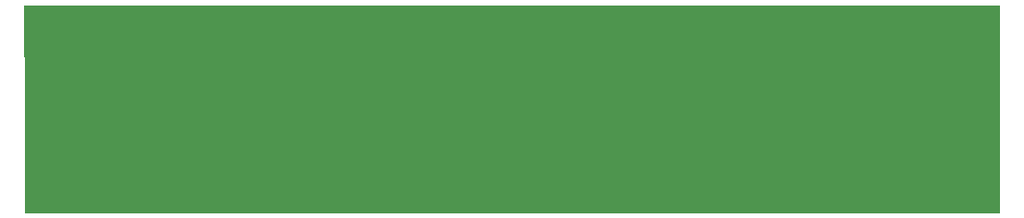
<source format=gbr>
G04 #@! TF.GenerationSoftware,KiCad,Pcbnew,(5.1.2)-1*
G04 #@! TF.CreationDate,2019-05-30T21:03:25-05:00*
G04 #@! TF.ProjectId,color-swatches,636f6c6f-722d-4737-9761-74636865732e,rev?*
G04 #@! TF.SameCoordinates,Original*
G04 #@! TF.FileFunction,Soldermask,Bot*
G04 #@! TF.FilePolarity,Negative*
%FSLAX46Y46*%
G04 Gerber Fmt 4.6, Leading zero omitted, Abs format (unit mm)*
G04 Created by KiCad (PCBNEW (5.1.2)-1) date 2019-05-30 21:03:25*
%MOMM*%
%LPD*%
G04 APERTURE LIST*
%ADD10C,0.010000*%
G04 APERTURE END LIST*
D10*
G36*
X44829824Y-9853084D02*
G01*
X44878037Y-9901296D01*
X44926250Y-9949509D01*
X44931753Y-19331046D01*
X44932202Y-20156663D01*
X44932553Y-20940514D01*
X44932807Y-21683168D01*
X44932962Y-22385191D01*
X44933017Y-23047153D01*
X44932970Y-23669621D01*
X44932822Y-24253163D01*
X44932570Y-24798347D01*
X44932215Y-25305740D01*
X44931754Y-25775910D01*
X44931187Y-26209425D01*
X44930512Y-26606854D01*
X44929729Y-26968763D01*
X44928837Y-27295721D01*
X44927834Y-27588295D01*
X44926720Y-27847054D01*
X44925494Y-28072565D01*
X44924153Y-28265396D01*
X44922699Y-28426114D01*
X44921128Y-28555289D01*
X44919441Y-28653487D01*
X44917636Y-28721276D01*
X44915713Y-28759225D01*
X44914448Y-28768046D01*
X44878564Y-28818693D01*
X44839157Y-28847421D01*
X44825736Y-28848373D01*
X44789463Y-28849302D01*
X44729979Y-28850209D01*
X44646924Y-28851094D01*
X44539940Y-28851957D01*
X44408668Y-28852798D01*
X44252749Y-28853617D01*
X44071824Y-28854416D01*
X43865535Y-28855192D01*
X43633521Y-28855948D01*
X43375425Y-28856683D01*
X43090887Y-28857398D01*
X42779548Y-28858092D01*
X42441050Y-28858765D01*
X42075033Y-28859419D01*
X41681139Y-28860053D01*
X41259009Y-28860667D01*
X40808284Y-28861261D01*
X40328605Y-28861837D01*
X39819612Y-28862393D01*
X39280948Y-28862931D01*
X38712252Y-28863449D01*
X38113167Y-28863949D01*
X37483333Y-28864431D01*
X36822392Y-28864895D01*
X36129984Y-28865341D01*
X35405750Y-28865769D01*
X34649332Y-28866179D01*
X33860371Y-28866572D01*
X33038508Y-28866948D01*
X32183383Y-28867307D01*
X31294638Y-28867650D01*
X30371914Y-28867975D01*
X29414852Y-28868285D01*
X28423093Y-28868578D01*
X27396279Y-28868855D01*
X26334049Y-28869116D01*
X25236046Y-28869362D01*
X24101911Y-28869592D01*
X22931284Y-28869807D01*
X21723806Y-28870007D01*
X20479120Y-28870192D01*
X19196865Y-28870362D01*
X17876682Y-28870518D01*
X16518214Y-28870660D01*
X15121101Y-28870787D01*
X13684983Y-28870901D01*
X12209503Y-28871001D01*
X10694301Y-28871087D01*
X9139018Y-28871160D01*
X7543296Y-28871220D01*
X5906775Y-28871267D01*
X4229096Y-28871302D01*
X2509901Y-28871324D01*
X748831Y-28871333D01*
X255349Y-28871334D01*
X-1405403Y-28871333D01*
X-3024354Y-28871332D01*
X-4602039Y-28871328D01*
X-6138991Y-28871323D01*
X-7635742Y-28871315D01*
X-9092826Y-28871305D01*
X-10510776Y-28871290D01*
X-11890126Y-28871272D01*
X-13231408Y-28871249D01*
X-14535157Y-28871221D01*
X-15801904Y-28871187D01*
X-17032184Y-28871148D01*
X-18226530Y-28871102D01*
X-19385475Y-28871049D01*
X-20509552Y-28870989D01*
X-21599295Y-28870921D01*
X-22655236Y-28870845D01*
X-23677909Y-28870759D01*
X-24667848Y-28870665D01*
X-25625585Y-28870560D01*
X-26551654Y-28870445D01*
X-27446588Y-28870320D01*
X-28310920Y-28870183D01*
X-29145184Y-28870034D01*
X-29949913Y-28869873D01*
X-30725639Y-28869699D01*
X-31472898Y-28869512D01*
X-32192220Y-28869312D01*
X-32884141Y-28869097D01*
X-33549192Y-28868867D01*
X-34187908Y-28868623D01*
X-34800822Y-28868362D01*
X-35388466Y-28868086D01*
X-35951374Y-28867793D01*
X-36490080Y-28867483D01*
X-37005117Y-28867155D01*
X-37497017Y-28866809D01*
X-37966315Y-28866445D01*
X-38413543Y-28866061D01*
X-38839234Y-28865658D01*
X-39243923Y-28865236D01*
X-39628141Y-28864792D01*
X-39992423Y-28864328D01*
X-40337302Y-28863842D01*
X-40663311Y-28863334D01*
X-40970982Y-28862804D01*
X-41260851Y-28862251D01*
X-41533449Y-28861675D01*
X-41789310Y-28861074D01*
X-42028967Y-28860450D01*
X-42252953Y-28859800D01*
X-42461803Y-28859125D01*
X-42656048Y-28858425D01*
X-42836223Y-28857698D01*
X-43002860Y-28856944D01*
X-43156493Y-28856163D01*
X-43297654Y-28855354D01*
X-43426878Y-28854517D01*
X-43544698Y-28853652D01*
X-43651646Y-28852757D01*
X-43748257Y-28851832D01*
X-43835062Y-28850877D01*
X-43912597Y-28849892D01*
X-43981393Y-28848876D01*
X-44041984Y-28847827D01*
X-44094903Y-28846747D01*
X-44140684Y-28845634D01*
X-44179860Y-28844489D01*
X-44212964Y-28843309D01*
X-44240529Y-28842096D01*
X-44263088Y-28840848D01*
X-44281176Y-28839565D01*
X-44295325Y-28838246D01*
X-44306068Y-28836892D01*
X-44313938Y-28835501D01*
X-44319470Y-28834073D01*
X-44323196Y-28832608D01*
X-44325649Y-28831105D01*
X-44325947Y-28830870D01*
X-44375916Y-28790407D01*
X-44381278Y-19316439D01*
X-44386640Y-9842470D01*
X44829824Y-9853084D01*
X44829824Y-9853084D01*
G37*
X44829824Y-9853084D02*
X44878037Y-9901296D01*
X44926250Y-9949509D01*
X44931753Y-19331046D01*
X44932202Y-20156663D01*
X44932553Y-20940514D01*
X44932807Y-21683168D01*
X44932962Y-22385191D01*
X44933017Y-23047153D01*
X44932970Y-23669621D01*
X44932822Y-24253163D01*
X44932570Y-24798347D01*
X44932215Y-25305740D01*
X44931754Y-25775910D01*
X44931187Y-26209425D01*
X44930512Y-26606854D01*
X44929729Y-26968763D01*
X44928837Y-27295721D01*
X44927834Y-27588295D01*
X44926720Y-27847054D01*
X44925494Y-28072565D01*
X44924153Y-28265396D01*
X44922699Y-28426114D01*
X44921128Y-28555289D01*
X44919441Y-28653487D01*
X44917636Y-28721276D01*
X44915713Y-28759225D01*
X44914448Y-28768046D01*
X44878564Y-28818693D01*
X44839157Y-28847421D01*
X44825736Y-28848373D01*
X44789463Y-28849302D01*
X44729979Y-28850209D01*
X44646924Y-28851094D01*
X44539940Y-28851957D01*
X44408668Y-28852798D01*
X44252749Y-28853617D01*
X44071824Y-28854416D01*
X43865535Y-28855192D01*
X43633521Y-28855948D01*
X43375425Y-28856683D01*
X43090887Y-28857398D01*
X42779548Y-28858092D01*
X42441050Y-28858765D01*
X42075033Y-28859419D01*
X41681139Y-28860053D01*
X41259009Y-28860667D01*
X40808284Y-28861261D01*
X40328605Y-28861837D01*
X39819612Y-28862393D01*
X39280948Y-28862931D01*
X38712252Y-28863449D01*
X38113167Y-28863949D01*
X37483333Y-28864431D01*
X36822392Y-28864895D01*
X36129984Y-28865341D01*
X35405750Y-28865769D01*
X34649332Y-28866179D01*
X33860371Y-28866572D01*
X33038508Y-28866948D01*
X32183383Y-28867307D01*
X31294638Y-28867650D01*
X30371914Y-28867975D01*
X29414852Y-28868285D01*
X28423093Y-28868578D01*
X27396279Y-28868855D01*
X26334049Y-28869116D01*
X25236046Y-28869362D01*
X24101911Y-28869592D01*
X22931284Y-28869807D01*
X21723806Y-28870007D01*
X20479120Y-28870192D01*
X19196865Y-28870362D01*
X17876682Y-28870518D01*
X16518214Y-28870660D01*
X15121101Y-28870787D01*
X13684983Y-28870901D01*
X12209503Y-28871001D01*
X10694301Y-28871087D01*
X9139018Y-28871160D01*
X7543296Y-28871220D01*
X5906775Y-28871267D01*
X4229096Y-28871302D01*
X2509901Y-28871324D01*
X748831Y-28871333D01*
X255349Y-28871334D01*
X-1405403Y-28871333D01*
X-3024354Y-28871332D01*
X-4602039Y-28871328D01*
X-6138991Y-28871323D01*
X-7635742Y-28871315D01*
X-9092826Y-28871305D01*
X-10510776Y-28871290D01*
X-11890126Y-28871272D01*
X-13231408Y-28871249D01*
X-14535157Y-28871221D01*
X-15801904Y-28871187D01*
X-17032184Y-28871148D01*
X-18226530Y-28871102D01*
X-19385475Y-28871049D01*
X-20509552Y-28870989D01*
X-21599295Y-28870921D01*
X-22655236Y-28870845D01*
X-23677909Y-28870759D01*
X-24667848Y-28870665D01*
X-25625585Y-28870560D01*
X-26551654Y-28870445D01*
X-27446588Y-28870320D01*
X-28310920Y-28870183D01*
X-29145184Y-28870034D01*
X-29949913Y-28869873D01*
X-30725639Y-28869699D01*
X-31472898Y-28869512D01*
X-32192220Y-28869312D01*
X-32884141Y-28869097D01*
X-33549192Y-28868867D01*
X-34187908Y-28868623D01*
X-34800822Y-28868362D01*
X-35388466Y-28868086D01*
X-35951374Y-28867793D01*
X-36490080Y-28867483D01*
X-37005117Y-28867155D01*
X-37497017Y-28866809D01*
X-37966315Y-28866445D01*
X-38413543Y-28866061D01*
X-38839234Y-28865658D01*
X-39243923Y-28865236D01*
X-39628141Y-28864792D01*
X-39992423Y-28864328D01*
X-40337302Y-28863842D01*
X-40663311Y-28863334D01*
X-40970982Y-28862804D01*
X-41260851Y-28862251D01*
X-41533449Y-28861675D01*
X-41789310Y-28861074D01*
X-42028967Y-28860450D01*
X-42252953Y-28859800D01*
X-42461803Y-28859125D01*
X-42656048Y-28858425D01*
X-42836223Y-28857698D01*
X-43002860Y-28856944D01*
X-43156493Y-28856163D01*
X-43297654Y-28855354D01*
X-43426878Y-28854517D01*
X-43544698Y-28853652D01*
X-43651646Y-28852757D01*
X-43748257Y-28851832D01*
X-43835062Y-28850877D01*
X-43912597Y-28849892D01*
X-43981393Y-28848876D01*
X-44041984Y-28847827D01*
X-44094903Y-28846747D01*
X-44140684Y-28845634D01*
X-44179860Y-28844489D01*
X-44212964Y-28843309D01*
X-44240529Y-28842096D01*
X-44263088Y-28840848D01*
X-44281176Y-28839565D01*
X-44295325Y-28838246D01*
X-44306068Y-28836892D01*
X-44313938Y-28835501D01*
X-44319470Y-28834073D01*
X-44323196Y-28832608D01*
X-44325649Y-28831105D01*
X-44325947Y-28830870D01*
X-44375916Y-28790407D01*
X-44381278Y-19316439D01*
X-44386640Y-9842470D01*
X44829824Y-9853084D01*
M02*

</source>
